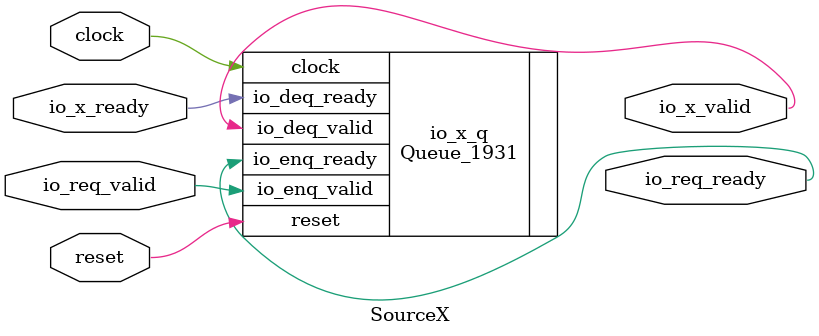
<source format=sv>
`ifndef RANDOMIZE
  `ifdef RANDOMIZE_REG_INIT
    `define RANDOMIZE
  `endif // RANDOMIZE_REG_INIT
`endif // not def RANDOMIZE
`ifndef RANDOMIZE
  `ifdef RANDOMIZE_MEM_INIT
    `define RANDOMIZE
  `endif // RANDOMIZE_MEM_INIT
`endif // not def RANDOMIZE

`ifndef RANDOM
  `define RANDOM $random
`endif // not def RANDOM

// Users can define 'PRINTF_COND' to add an extra gate to prints.
`ifndef PRINTF_COND_
  `ifdef PRINTF_COND
    `define PRINTF_COND_ (`PRINTF_COND)
  `else  // PRINTF_COND
    `define PRINTF_COND_ 1
  `endif // PRINTF_COND
`endif // not def PRINTF_COND_

// Users can define 'ASSERT_VERBOSE_COND' to add an extra gate to assert error printing.
`ifndef ASSERT_VERBOSE_COND_
  `ifdef ASSERT_VERBOSE_COND
    `define ASSERT_VERBOSE_COND_ (`ASSERT_VERBOSE_COND)
  `else  // ASSERT_VERBOSE_COND
    `define ASSERT_VERBOSE_COND_ 1
  `endif // ASSERT_VERBOSE_COND
`endif // not def ASSERT_VERBOSE_COND_

// Users can define 'STOP_COND' to add an extra gate to stop conditions.
`ifndef STOP_COND_
  `ifdef STOP_COND
    `define STOP_COND_ (`STOP_COND)
  `else  // STOP_COND
    `define STOP_COND_ 1
  `endif // STOP_COND
`endif // not def STOP_COND_

// Users can define INIT_RANDOM as general code that gets injected into the
// initializer block for modules with registers.
`ifndef INIT_RANDOM
  `define INIT_RANDOM
`endif // not def INIT_RANDOM

// If using random initialization, you can also define RANDOMIZE_DELAY to
// customize the delay used, otherwise 0.002 is used.
`ifndef RANDOMIZE_DELAY
  `define RANDOMIZE_DELAY 0.002
`endif // not def RANDOMIZE_DELAY

// Define INIT_RANDOM_PROLOG_ for use in our modules below.
`ifndef INIT_RANDOM_PROLOG_
  `ifdef RANDOMIZE
    `ifdef VERILATOR
      `define INIT_RANDOM_PROLOG_ `INIT_RANDOM
    `else  // VERILATOR
      `define INIT_RANDOM_PROLOG_ `INIT_RANDOM #`RANDOMIZE_DELAY begin end
    `endif // VERILATOR
  `else  // RANDOMIZE
    `define INIT_RANDOM_PROLOG_
  `endif // RANDOMIZE
`endif // not def INIT_RANDOM_PROLOG_

module SourceX(
  input  clock,
         reset,
         io_req_valid,
         io_x_ready,
  output io_req_ready,
         io_x_valid
);

  Queue_1931 io_x_q (	// Decoupled.scala:375:21
    .clock        (clock),
    .reset        (reset),
    .io_enq_valid (io_req_valid),
    .io_deq_ready (io_x_ready),
    .io_enq_ready (io_req_ready),
    .io_deq_valid (io_x_valid)
  );
endmodule


</source>
